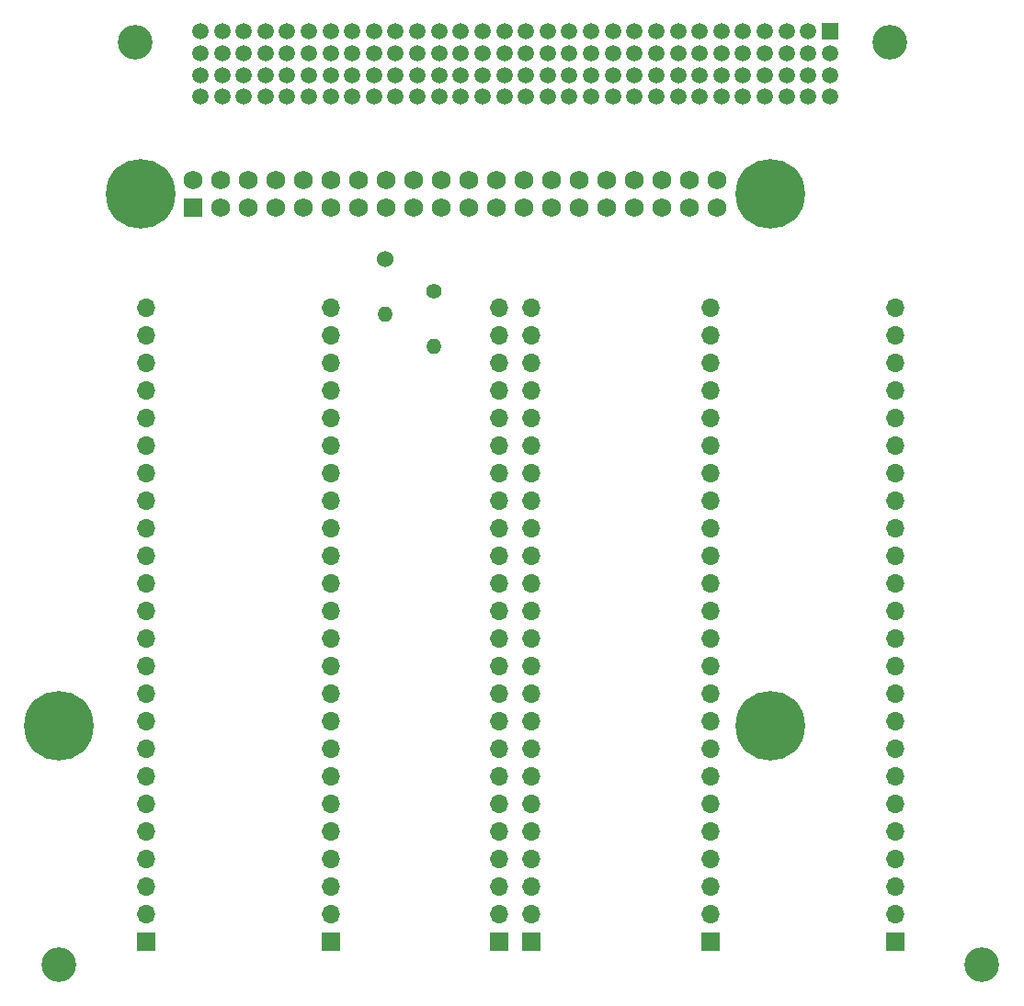
<source format=gbr>
%TF.GenerationSoftware,KiCad,Pcbnew,8.0.0*%
%TF.CreationDate,2025-01-08T23:24:48+02:00*%
%TF.ProjectId,diplomna_2024_pcb_layout,6469706c-6f6d-46e6-915f-323032345f70,rev?*%
%TF.SameCoordinates,Original*%
%TF.FileFunction,Soldermask,Top*%
%TF.FilePolarity,Negative*%
%FSLAX46Y46*%
G04 Gerber Fmt 4.6, Leading zero omitted, Abs format (unit mm)*
G04 Created by KiCad (PCBNEW 8.0.0) date 2025-01-08 23:24:48*
%MOMM*%
%LPD*%
G01*
G04 APERTURE LIST*
G04 Aperture macros list*
%AMRoundRect*
0 Rectangle with rounded corners*
0 $1 Rounding radius*
0 $2 $3 $4 $5 $6 $7 $8 $9 X,Y pos of 4 corners*
0 Add a 4 corners polygon primitive as box body*
4,1,4,$2,$3,$4,$5,$6,$7,$8,$9,$2,$3,0*
0 Add four circle primitives for the rounded corners*
1,1,$1+$1,$2,$3*
1,1,$1+$1,$4,$5*
1,1,$1+$1,$6,$7*
1,1,$1+$1,$8,$9*
0 Add four rect primitives between the rounded corners*
20,1,$1+$1,$2,$3,$4,$5,0*
20,1,$1+$1,$4,$5,$6,$7,0*
20,1,$1+$1,$6,$7,$8,$9,0*
20,1,$1+$1,$8,$9,$2,$3,0*%
G04 Aperture macros list end*
%ADD10RoundRect,0.102000X-0.762000X-0.762000X0.762000X-0.762000X0.762000X0.762000X-0.762000X0.762000X0*%
%ADD11C,1.728000*%
%ADD12C,6.404000*%
%ADD13R,1.700000X1.700000*%
%ADD14O,1.700000X1.700000*%
%ADD15C,3.200000*%
%ADD16R,1.500000X1.500000*%
%ADD17C,1.500000*%
%ADD18C,1.524000*%
%ADD19O,1.400000X1.400000*%
%ADD20C,1.400000*%
G04 APERTURE END LIST*
D10*
%TO.C,REF\u002A\u002A*%
X173370000Y-70770000D03*
D11*
X173370000Y-68230000D03*
X175910000Y-70770000D03*
X175910000Y-68230000D03*
X178450000Y-70770000D03*
X178450000Y-68230000D03*
X180990000Y-70770000D03*
X180990000Y-68230000D03*
X183530000Y-70770000D03*
X183530000Y-68230000D03*
X186070000Y-70770000D03*
X186070000Y-68230000D03*
X188610000Y-70770000D03*
X188610000Y-68230000D03*
X191150000Y-70770000D03*
X191150000Y-68230000D03*
X193690000Y-70770000D03*
X193690000Y-68230000D03*
X196230000Y-70770000D03*
X196230000Y-68230000D03*
X198770000Y-70770000D03*
X198770000Y-68230000D03*
X201310000Y-70770000D03*
X201310000Y-68230000D03*
X203850000Y-70770000D03*
X203850000Y-68230000D03*
X206390000Y-70770000D03*
X206390000Y-68230000D03*
X208930000Y-70770000D03*
X208930000Y-68230000D03*
X211470000Y-70770000D03*
X211470000Y-68230000D03*
X214010000Y-70770000D03*
X214010000Y-68230000D03*
X216550000Y-70770000D03*
X216550000Y-68230000D03*
X219090000Y-70770000D03*
X219090000Y-68230000D03*
X221630000Y-70770000D03*
X221630000Y-68230000D03*
D12*
X168500000Y-69500000D03*
X226500000Y-69500000D03*
X226500000Y-118500000D03*
%TD*%
D13*
%TO.C,REF\u002A\u002A*%
X186000000Y-138400000D03*
D14*
X186000000Y-135860000D03*
X186000000Y-133320000D03*
X186000000Y-130780000D03*
X186000000Y-128240000D03*
X186000000Y-125700000D03*
X186000000Y-123160000D03*
X186000000Y-120620000D03*
X186000000Y-118080000D03*
X186000000Y-115540000D03*
X186000000Y-113000000D03*
X186000000Y-110460000D03*
X186000000Y-107920000D03*
X186000000Y-105380000D03*
X186000000Y-102840000D03*
X186000000Y-100300000D03*
X186000000Y-97760000D03*
X186000000Y-95220000D03*
X186000000Y-92680000D03*
X186000000Y-90140000D03*
X186000000Y-87600000D03*
X186000000Y-85060000D03*
X186000000Y-82520000D03*
X186000000Y-79980000D03*
%TD*%
D12*
%TO.C,*%
X161000000Y-118500000D03*
%TD*%
D15*
%TO.C,REF\u002A\u002A*%
X237500000Y-55500000D03*
%TD*%
%TO.C,REF\u002A\u002A*%
X168000000Y-55500000D03*
%TD*%
D14*
%TO.C,REF\u002A\u002A*%
X238000000Y-79980000D03*
X238000000Y-82520000D03*
X238000000Y-85060000D03*
X238000000Y-87600000D03*
X238000000Y-90140000D03*
X238000000Y-92680000D03*
X238000000Y-95220000D03*
X238000000Y-97760000D03*
X238000000Y-100300000D03*
X238000000Y-102840000D03*
X238000000Y-105380000D03*
X238000000Y-107920000D03*
X238000000Y-110460000D03*
X238000000Y-113000000D03*
X238000000Y-115540000D03*
X238000000Y-118080000D03*
X238000000Y-120620000D03*
X238000000Y-123160000D03*
X238000000Y-125700000D03*
X238000000Y-128240000D03*
X238000000Y-130780000D03*
X238000000Y-133320000D03*
X238000000Y-135860000D03*
D13*
X238000000Y-138400000D03*
%TD*%
D15*
%TO.C,REF\u002A\u002A*%
X246000000Y-140500000D03*
%TD*%
D13*
%TO.C,REF\u002A\u002A*%
X204500000Y-138400000D03*
D14*
X204500000Y-135860000D03*
X204500000Y-133320000D03*
X204500000Y-130780000D03*
X204500000Y-128240000D03*
X204500000Y-125700000D03*
X204500000Y-123160000D03*
X204500000Y-120620000D03*
X204500000Y-118080000D03*
X204500000Y-115540000D03*
X204500000Y-113000000D03*
X204500000Y-110460000D03*
X204500000Y-107920000D03*
X204500000Y-105380000D03*
X204500000Y-102840000D03*
X204500000Y-100300000D03*
X204500000Y-97760000D03*
X204500000Y-95220000D03*
X204500000Y-92680000D03*
X204500000Y-90140000D03*
X204500000Y-87600000D03*
X204500000Y-85060000D03*
X204500000Y-82520000D03*
X204500000Y-79980000D03*
%TD*%
D13*
%TO.C,REF\u002A\u002A*%
X201500000Y-138400000D03*
D14*
X201500000Y-135860000D03*
X201500000Y-133320000D03*
X201500000Y-130780000D03*
X201500000Y-128240000D03*
X201500000Y-125700000D03*
X201500000Y-123160000D03*
X201500000Y-120620000D03*
X201500000Y-118080000D03*
X201500000Y-115540000D03*
X201500000Y-113000000D03*
X201500000Y-110460000D03*
X201500000Y-107920000D03*
X201500000Y-105380000D03*
X201500000Y-102840000D03*
X201500000Y-100300000D03*
X201500000Y-97760000D03*
X201500000Y-95220000D03*
X201500000Y-92680000D03*
X201500000Y-90140000D03*
X201500000Y-87600000D03*
X201500000Y-85060000D03*
X201500000Y-82520000D03*
X201500000Y-79980000D03*
%TD*%
D13*
%TO.C,REF\u002A\u002A*%
X169000000Y-138400000D03*
D14*
X169000000Y-135860000D03*
X169000000Y-133320000D03*
X169000000Y-130780000D03*
X169000000Y-128240000D03*
X169000000Y-125700000D03*
X169000000Y-123160000D03*
X169000000Y-120620000D03*
X169000000Y-118080000D03*
X169000000Y-115540000D03*
X169000000Y-113000000D03*
X169000000Y-110460000D03*
X169000000Y-107920000D03*
X169000000Y-105380000D03*
X169000000Y-102840000D03*
X169000000Y-100300000D03*
X169000000Y-97760000D03*
X169000000Y-95220000D03*
X169000000Y-92680000D03*
X169000000Y-90140000D03*
X169000000Y-87600000D03*
X169000000Y-85060000D03*
X169000000Y-82520000D03*
X169000000Y-79980000D03*
%TD*%
D16*
%TO.C,J\u002A\u002A*%
X232000000Y-54500000D03*
D17*
X230000000Y-54500000D03*
X228000000Y-54500000D03*
X226000000Y-54500000D03*
X224000000Y-54500000D03*
X222000000Y-54500000D03*
X220000000Y-54500000D03*
X218000000Y-54500000D03*
X216000000Y-54500000D03*
X214000000Y-54500000D03*
X212000000Y-54500000D03*
X210000000Y-54500000D03*
X208000000Y-54500000D03*
X206000000Y-54500000D03*
X204000000Y-54500000D03*
X202000000Y-54500000D03*
X200000000Y-54500000D03*
X198000000Y-54500000D03*
X196000000Y-54500000D03*
X194000000Y-54500000D03*
X192000000Y-54500000D03*
X190000000Y-54500000D03*
X188000000Y-54500000D03*
X186000000Y-54500000D03*
X184000000Y-54500000D03*
X182000000Y-54500000D03*
X180000000Y-54500000D03*
X178000000Y-54500000D03*
X176000000Y-54500000D03*
X174000000Y-54500000D03*
X232000000Y-56500000D03*
X230000000Y-56500000D03*
X228000000Y-56500000D03*
X226000000Y-56500000D03*
X224000000Y-56500000D03*
X222000000Y-56500000D03*
X220000000Y-56500000D03*
X218000000Y-56500000D03*
X216000000Y-56500000D03*
X214000000Y-56500000D03*
X212000000Y-56500000D03*
X210000000Y-56500000D03*
X208000000Y-56500000D03*
X206000000Y-56500000D03*
X204000000Y-56500000D03*
X202000000Y-56500000D03*
X200000000Y-56500000D03*
X198000000Y-56500000D03*
X196000000Y-56500000D03*
X194000000Y-56500000D03*
X192000000Y-56500000D03*
X190000000Y-56500000D03*
X188000000Y-56500000D03*
X186000000Y-56500000D03*
X184000000Y-56500000D03*
X182000000Y-56500000D03*
X180000000Y-56500000D03*
X178000000Y-56500000D03*
X176000000Y-56500000D03*
X174000000Y-56500000D03*
X232000000Y-58500000D03*
X230000000Y-58500000D03*
X228000000Y-58500000D03*
X226000000Y-58500000D03*
X224000000Y-58500000D03*
X222000000Y-58500000D03*
X220000000Y-58500000D03*
X218000000Y-58500000D03*
X216000000Y-58500000D03*
X214000000Y-58500000D03*
X212000000Y-58500000D03*
X210000000Y-58500000D03*
X208000000Y-58500000D03*
X206000000Y-58500000D03*
X204000000Y-58500000D03*
X202000000Y-58500000D03*
X200000000Y-58500000D03*
X198000000Y-58500000D03*
X196000000Y-58500000D03*
X194000000Y-58500000D03*
X192000000Y-58500000D03*
X190000000Y-58500000D03*
X188000000Y-58500000D03*
X186000000Y-58500000D03*
X184000000Y-58500000D03*
X182000000Y-58500000D03*
X180000000Y-58500000D03*
X178000000Y-58500000D03*
X176000000Y-58500000D03*
X174000000Y-58500000D03*
X232000000Y-60500000D03*
X230000000Y-60500000D03*
X228000000Y-60500000D03*
X226000000Y-60500000D03*
X224000000Y-60500000D03*
X222000000Y-60500000D03*
X220000000Y-60500000D03*
X218000000Y-60500000D03*
X216000000Y-60500000D03*
X214000000Y-60500000D03*
X212000000Y-60500000D03*
X210000000Y-60500000D03*
X208000000Y-60500000D03*
X206000000Y-60500000D03*
X204000000Y-60500000D03*
X202000000Y-60500000D03*
X200000000Y-60500000D03*
X198000000Y-60500000D03*
X196000000Y-60500000D03*
X194000000Y-60500000D03*
X192000000Y-60500000D03*
X190000000Y-60500000D03*
X188000000Y-60500000D03*
X186000000Y-60500000D03*
X184000000Y-60500000D03*
X182000000Y-60500000D03*
X180000000Y-60500000D03*
X178000000Y-60500000D03*
X176000000Y-60500000D03*
X174000000Y-60500000D03*
%TD*%
D15*
%TO.C,REF\u002A\u002A*%
X161000000Y-140500000D03*
%TD*%
D18*
%TO.C,REF\u002A\u002A*%
X191000000Y-75460000D03*
D19*
X191000000Y-80540000D03*
%TD*%
D20*
%TO.C,REF\u002A\u002A*%
X195500000Y-78460000D03*
D19*
X195500000Y-83540000D03*
%TD*%
D14*
%TO.C,REF\u002A\u002A*%
X221000000Y-79980000D03*
X221000000Y-82520000D03*
X221000000Y-85060000D03*
X221000000Y-87600000D03*
X221000000Y-90140000D03*
X221000000Y-92680000D03*
X221000000Y-95220000D03*
X221000000Y-97760000D03*
X221000000Y-100300000D03*
X221000000Y-102840000D03*
X221000000Y-105380000D03*
X221000000Y-107920000D03*
X221000000Y-110460000D03*
X221000000Y-113000000D03*
X221000000Y-115540000D03*
X221000000Y-118080000D03*
X221000000Y-120620000D03*
X221000000Y-123160000D03*
X221000000Y-125700000D03*
X221000000Y-128240000D03*
X221000000Y-130780000D03*
X221000000Y-133320000D03*
X221000000Y-135860000D03*
D13*
X221000000Y-138400000D03*
%TD*%
M02*

</source>
